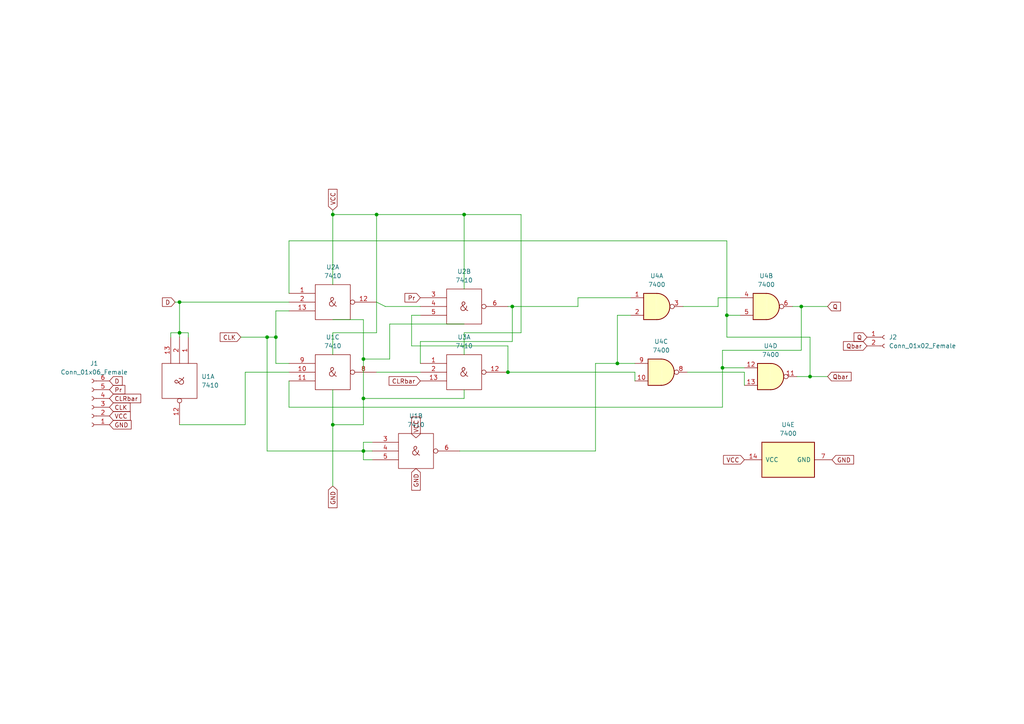
<source format=kicad_sch>
(kicad_sch (version 20211123) (generator eeschema)
  (paper "A4")
  (lib_symbols
    (symbol "74xx:7400" (pin_names (offset 1.016))
      (property "Reference" "U" (at 0 1.27 0))
      (property "Value" "7400" (at 0 -1.27 0))
      (symbol "7400_1_1"
        (arc (start 0 -3.81) (mid 3.81 0) (end 0 3.81) (stroke (width 0.254)) (fill (type background)))
        (polyline (pts (xy 0 3.81) (xy -3.81 3.81) (xy -3.81 -3.81) (xy 0 -3.81)) (stroke (width 0.254)) (fill (type background)))
        (pin input line (at -7.62 2.54 0) (length 3.81) (name "~") (number "1"))
        (pin input line (at -7.62 -2.54 0) (length 3.81) (name "~") (number "2"))
        (pin output inverted (at 7.62 0 180) (length 3.81) (name "~") (number "3"))
      )
      (symbol "7400_1_2"
        (arc (start -3.81 -3.81) (mid -2.589 0) (end -3.81 3.81) (stroke (width 0.254)))
        (arc (start -0.6096 -3.81) (mid 2.1842 -2.5851) (end 3.81 0) (stroke (width 0.254)) (fill (type background)))
        (polyline (pts (xy -3.81 -3.81) (xy -0.635 -3.81)) (stroke (width 0.254)) (fill (type background)))
        (polyline (pts (xy -3.81 3.81) (xy -0.635 3.81)) (stroke (width 0.254)) (fill (type background)))
        (polyline (pts (xy -0.635 3.81) (xy -3.81 3.81) (xy -3.81 3.81) (xy -3.556 3.4036) (xy -3.0226 2.2606) (xy -2.6924 1.0414) (xy -2.6162 -0.254) (xy -2.7686 -1.4986) (xy -3.175 -2.7178) (xy -3.81 -3.81) (xy -3.81 -3.81) (xy -0.635 -3.81)) (stroke (width -25.4)) (fill (type background)))
        (arc (start 3.81 0) (mid 2.1915 2.5936) (end -0.6096 3.81) (stroke (width 0.254)) (fill (type background)))
        (pin input inverted (at -7.62 2.54 0) (length 4.318) (name "~") (number "1"))
        (pin input inverted (at -7.62 -2.54 0) (length 4.318) (name "~") (number "2"))
        (pin output line (at 7.62 0 180) (length 3.81) (name "~") (number "3"))
      )
      (symbol "7400_2_1"
        (arc (start 0 -3.81) (mid 3.81 0) (end 0 3.81) (stroke (width 0.254)) (fill (type background)))
        (polyline (pts (xy 0 3.81) (xy -3.81 3.81) (xy -3.81 -3.81) (xy 0 -3.81)) (stroke (width 0.254)) (fill (type background)))
        (pin input line (at -7.62 2.54 0) (length 3.81) (name "~") (number "4"))
        (pin input line (at -7.62 -2.54 0) (length 3.81) (name "~") (number "5"))
        (pin output inverted (at 7.62 0 180) (length 3.81) (name "~") (number "6"))
      )
      (symbol "7400_2_2"
        (arc (start -3.81 -3.81) (mid -2.589 0) (end -3.81 3.81) (stroke (width 0.254)))
        (arc (start -0.6096 -3.81) (mid 2.1842 -2.5851) (end 3.81 0) (stroke (width 0.254)) (fill (type background)))
        (polyline (pts (xy -3.81 -3.81) (xy -0.635 -3.81)) (stroke (width 0.254)) (fill (type background)))
        (polyline (pts (xy -3.81 3.81) (xy -0.635 3.81)) (stroke (width 0.254)) (fill (type background)))
        (polyline (pts (xy -0.635 3.81) (xy -3.81 3.81) (xy -3.81 3.81) (xy -3.556 3.4036) (xy -3.0226 2.2606) (xy -2.6924 1.0414) (xy -2.6162 -0.254) (xy -2.7686 -1.4986) (xy -3.175 -2.7178) (xy -3.81 -3.81) (xy -3.81 -3.81) (xy -0.635 -3.81)) (stroke (width -25.4)) (fill (type background)))
        (arc (start 3.81 0) (mid 2.1915 2.5936) (end -0.6096 3.81) (stroke (width 0.254)) (fill (type background)))
        (pin input inverted (at -7.62 2.54 0) (length 4.318) (name "~") (number "4"))
        (pin input inverted (at -7.62 -2.54 0) (length 4.318) (name "~") (number "5"))
        (pin output line (at 7.62 0 180) (length 3.81) (name "~") (number "6"))
      )
      (symbol "7400_3_1"
        (arc (start 0 -3.81) (mid 3.81 0) (end 0 3.81) (stroke (width 0.254)) (fill (type background)))
        (polyline (pts (xy 0 3.81) (xy -3.81 3.81) (xy -3.81 -3.81) (xy 0 -3.81)) (stroke (width 0.254)) (fill (type background)))
        (pin input line (at -7.62 -2.54 0) (length 3.81) (name "~") (number "10"))
        (pin output inverted (at 7.62 0 180) (length 3.81) (name "~") (number "8"))
        (pin input line (at -7.62 2.54 0) (length 3.81) (name "~") (number "9"))
      )
      (symbol "7400_3_2"
        (arc (start -3.81 -3.81) (mid -2.589 0) (end -3.81 3.81) (stroke (width 0.254)))
        (arc (start -0.6096 -3.81) (mid 2.1842 -2.5851) (end 3.81 0) (stroke (width 0.254)) (fill (type background)))
        (polyline (pts (xy -3.81 -3.81) (xy -0.635 -3.81)) (stroke (width 0.254)) (fill (type background)))
        (polyline (pts (xy -3.81 3.81) (xy -0.635 3.81)) (stroke (width 0.254)) (fill (type background)))
        (polyline (pts (xy -0.635 3.81) (xy -3.81 3.81) (xy -3.81 3.81) (xy -3.556 3.4036) (xy -3.0226 2.2606) (xy -2.6924 1.0414) (xy -2.6162 -0.254) (xy -2.7686 -1.4986) (xy -3.175 -2.7178) (xy -3.81 -3.81) (xy -3.81 -3.81) (xy -0.635 -3.81)) (stroke (width -25.4)) (fill (type background)))
        (arc (start 3.81 0) (mid 2.1915 2.5936) (end -0.6096 3.81) (stroke (width 0.254)) (fill (type background)))
        (pin input inverted (at -7.62 -2.54 0) (length 4.318) (name "~") (number "10"))
        (pin output line (at 7.62 0 180) (length 3.81) (name "~") (number "8"))
        (pin input inverted (at -7.62 2.54 0) (length 4.318) (name "~") (number "9"))
      )
      (symbol "7400_4_1"
        (arc (start 0 -3.81) (mid 3.81 0) (end 0 3.81) (stroke (width 0.254)) (fill (type background)))
        (polyline (pts (xy 0 3.81) (xy -3.81 3.81) (xy -3.81 -3.81) (xy 0 -3.81)) (stroke (width 0.254)) (fill (type background)))
        (pin output inverted (at 7.62 0 180) (length 3.81) (name "~") (number "11"))
        (pin input line (at -7.62 2.54 0) (length 3.81) (name "~") (number "12"))
        (pin input line (at -7.62 -2.54 0) (length 3.81) (name "~") (number "13"))
      )
      (symbol "7400_4_2"
        (arc (start -3.81 -3.81) (mid -2.589 0) (end -3.81 3.81) (stroke (width 0.254)))
        (arc (start -0.6096 -3.81) (mid 2.1842 -2.5851) (end 3.81 0) (stroke (width 0.254)) (fill (type background)))
        (polyline (pts (xy -3.81 -3.81) (xy -0.635 -3.81)) (stroke (width 0.254)) (fill (type background)))
        (polyline (pts (xy -3.81 3.81) (xy -0.635 3.81)) (stroke (width 0.254)) (fill (type background)))
        (polyline (pts (xy -0.635 3.81) (xy -3.81 3.81) (xy -3.81 3.81) (xy -3.556 3.4036) (xy -3.0226 2.2606) (xy -2.6924 1.0414) (xy -2.6162 -0.254) (xy -2.7686 -1.4986) (xy -3.175 -2.7178) (xy -3.81 -3.81) (xy -3.81 -3.81) (xy -0.635 -3.81)) (stroke (width -25.4)) (fill (type background)))
        (arc (start 3.81 0) (mid 2.1915 2.5936) (end -0.6096 3.81) (stroke (width 0.254)) (fill (type background)))
        (pin output line (at 7.62 0 180) (length 3.81) (name "~") (number "11"))
        (pin input inverted (at -7.62 2.54 0) (length 4.318) (name "~") (number "12"))
        (pin input inverted (at -7.62 -2.54 0) (length 4.318) (name "~") (number "13"))
      )
      (symbol "7400_5_0"
        (pin power_in line (at 0 12.7 270) (length 5.08) (name "VCC") (number "14"))
        (pin power_in line (at 0 -12.7 90) (length 5.08) (name "GND") (number "7"))
      )
      (symbol "7400_5_1"
        (rectangle (start -5.08 7.62) (end 5.08 -7.62) (stroke (width 0.254)) (fill (type background)))
      )
    )
    (symbol "74xx_IEEE:7410" (pin_names (offset 0.762))
      (property "Reference" "U" (at 2.54 7.62 0))
      (property "Value" "7410" (at 3.81 -7.62 0))
      (symbol "7410_0_0"
        (text "&" (at 0 0 0) (effects (font (size 2.54 2.54))))
      )
      (symbol "7410_0_1"
        (rectangle (start -5.08 5.08) (end 5.08 -5.08))
        (pin power_in line (at 0 5.08 270) (length 0) hide (name "Vcc") (number "14"))
        (pin power_in line (at 0 -5.08 90) (length 0) hide (name "Gnd") (number "7"))
      )
      (symbol "7410_1_1"
        (pin input line (at -12.7 2.54 0) (length 7.62) (name "~") (number "1"))
        (pin output inverted (at 12.7 0 180) (length 7.62) (name "~") (number "12"))
        (pin input line (at -12.7 -2.54 0) (length 7.62) (name "~") (number "13"))
        (pin input line (at -12.7 0 0) (length 7.62) (name "~") (number "2"))
      )
      (symbol "7410_2_1"
        (pin input line (at -12.7 2.54 0) (length 7.62) (name "~") (number "3"))
        (pin input line (at -12.7 0 0) (length 7.62) (name "~") (number "4"))
        (pin input line (at -12.7 -2.54 0) (length 7.62) (name "~") (number "5"))
        (pin output inverted (at 12.7 0 180) (length 7.62) (name "~") (number "6"))
      )
      (symbol "7410_3_1"
        (pin input line (at -12.7 0 0) (length 7.62) (name "~") (number "10"))
        (pin input line (at -12.7 -2.54 0) (length 7.62) (name "~") (number "11"))
        (pin output inverted (at 12.7 0 180) (length 7.62) (name "~") (number "8"))
        (pin input line (at -12.7 2.54 0) (length 7.62) (name "~") (number "9"))
      )
    )
    (symbol "Connector:Conn_01x02_Female" (pin_names (offset 1.016) hide)
      (property "Reference" "J" (at 0 2.54 0))
      (property "Value" "Conn_01x02_Female" (at 0 -5.08 0))
      (symbol "Conn_01x02_Female_1_1"
        (arc (start 0 -2.032) (mid -0.508 -2.54) (end 0 -3.048) (stroke (width 0.1524)))
        (polyline (pts (xy -1.27 -2.54) (xy -0.508 -2.54)) (stroke (width 0.1524)))
        (polyline (pts (xy -1.27 0) (xy -0.508 0)) (stroke (width 0.1524)))
        (arc (start 0 0.508) (mid -0.508 0) (end 0 -0.508) (stroke (width 0.1524)))
        (pin passive line (at -5.08 0 0) (length 3.81) (name "Pin_1") (number "1"))
        (pin passive line (at -5.08 -2.54 0) (length 3.81) (name "Pin_2") (number "2"))
      )
    )
    (symbol "Connector:Conn_01x06_Female" (pin_names (offset 1.016) hide)
      (property "Reference" "J" (at 0 7.62 0))
      (property "Value" "Conn_01x06_Female" (at 0 -10.16 0))
      (symbol "Conn_01x06_Female_1_1"
        (arc (start 0 -7.112) (mid -0.508 -7.62) (end 0 -8.128) (stroke (width 0.1524)))
        (arc (start 0 -4.572) (mid -0.508 -5.08) (end 0 -5.588) (stroke (width 0.1524)))
        (arc (start 0 -2.032) (mid -0.508 -2.54) (end 0 -3.048) (stroke (width 0.1524)))
        (polyline (pts (xy -1.27 -7.62) (xy -0.508 -7.62)) (stroke (width 0.1524)))
        (polyline (pts (xy -1.27 -5.08) (xy -0.508 -5.08)) (stroke (width 0.1524)))
        (polyline (pts (xy -1.27 -2.54) (xy -0.508 -2.54)) (stroke (width 0.1524)))
        (polyline (pts (xy -1.27 0) (xy -0.508 0)) (stroke (width 0.1524)))
        (polyline (pts (xy -1.27 2.54) (xy -0.508 2.54)) (stroke (width 0.1524)))
        (polyline (pts (xy -1.27 5.08) (xy -0.508 5.08)) (stroke (width 0.1524)))
        (arc (start 0 0.508) (mid -0.508 0) (end 0 -0.508) (stroke (width 0.1524)))
        (arc (start 0 3.048) (mid -0.508 2.54) (end 0 2.032) (stroke (width 0.1524)))
        (arc (start 0 5.588) (mid -0.508 5.08) (end 0 4.572) (stroke (width 0.1524)))
        (pin passive line (at -5.08 5.08 0) (length 3.81) (name "Pin_1") (number "1"))
        (pin passive line (at -5.08 2.54 0) (length 3.81) (name "Pin_2") (number "2"))
        (pin passive line (at -5.08 0 0) (length 3.81) (name "Pin_3") (number "3"))
        (pin passive line (at -5.08 -2.54 0) (length 3.81) (name "Pin_4") (number "4"))
        (pin passive line (at -5.08 -5.08 0) (length 3.81) (name "Pin_5") (number "5"))
        (pin passive line (at -5.08 -7.62 0) (length 3.81) (name "Pin_6") (number "6"))
      )
    )
  )
  (junction (at 179.07 105.41))
  (junction (at 77.47 97.79))
  (junction (at 109.22 62.23))
  (junction (at 96.52 123.19))
  (junction (at 148.59 88.9))
  (junction (at 147.32 107.95))
  (junction (at 52.07 96.52))
  (junction (at 234.95 109.22))
  (junction (at 105.41 130.81))
  (junction (at 80.01 97.79))
  (junction (at 105.41 115.57))
  (junction (at 232.41 88.9))
  (junction (at 96.52 62.23))
  (junction (at 52.07 87.63))
  (junction (at 209.55 106.68))
  (junction (at 134.62 62.23))
  (junction (at 210.82 91.44))
  (junction (at 105.41 104.14))
  (wire (pts (xy 96.52 60.96) (xy 96.52 62.23)))
  (wire (pts (xy 232.41 88.9) (xy 240.03 88.9)))
  (wire (pts (xy 77.47 130.81) (xy 77.47 97.79)))
  (wire (pts (xy 52.07 87.63) (xy 52.07 96.52)))
  (wire (pts (xy 80.01 90.17) (xy 80.01 97.79)))
  (wire (pts (xy 209.55 101.6) (xy 209.55 106.68)))
  (wire (pts (xy 234.95 97.79) (xy 234.95 109.22)))
  (wire (pts (xy 69.85 97.79) (xy 77.47 97.79)))
  (wire (pts (xy 210.82 97.79) (xy 234.95 97.79)))
  (wire (pts (xy 209.55 106.68) (xy 215.9 106.68)))
  (wire (pts (xy 209.55 106.68) (xy 209.55 118.11)))
  (wire (pts (xy 134.62 93.98) (xy 113.03 93.98)))
  (wire (pts (xy 172.72 105.41) (xy 179.07 105.41)))
  (wire (pts (xy 105.41 115.57) (xy 105.41 123.19)))
  (wire (pts (xy 147.32 107.95) (xy 184.15 107.95)))
  (wire (pts (xy 134.62 83.82) (xy 134.62 62.23)))
  (wire (pts (xy 121.92 99.06) (xy 148.59 99.06)))
  (wire (pts (xy 229.87 88.9) (xy 232.41 88.9)))
  (wire (pts (xy 83.82 85.09) (xy 83.82 69.85)))
  (wire (pts (xy 109.22 62.23) (xy 109.22 96.52)))
  (wire (pts (xy 96.52 62.23) (xy 96.52 82.55)))
  (wire (pts (xy 71.12 123.19) (xy 52.07 123.19)))
  (wire (pts (xy 83.82 90.17) (xy 80.01 90.17)))
  (wire (pts (xy 208.28 88.9) (xy 208.28 86.36)))
  (wire (pts (xy 83.82 107.95) (xy 71.12 107.95)))
  (wire (pts (xy 147.32 100.33) (xy 119.38 100.33)))
  (wire (pts (xy 167.64 88.9) (xy 167.64 86.36)))
  (wire (pts (xy 215.9 107.95) (xy 215.9 111.76)))
  (wire (pts (xy 50.8 87.63) (xy 52.07 87.63)))
  (wire (pts (xy 105.41 128.27) (xy 107.95 128.27)))
  (wire (pts (xy 109.22 62.23) (xy 96.52 62.23)))
  (wire (pts (xy 134.62 96.52) (xy 151.13 96.52)))
  (wire (pts (xy 71.12 107.95) (xy 71.12 123.19)))
  (wire (pts (xy 83.82 118.11) (xy 83.82 110.49)))
  (wire (pts (xy 151.13 96.52) (xy 151.13 62.23)))
  (wire (pts (xy 107.95 130.81) (xy 105.41 130.81)))
  (wire (pts (xy 172.72 130.81) (xy 172.72 105.41)))
  (wire (pts (xy 231.14 109.22) (xy 234.95 109.22)))
  (wire (pts (xy 105.41 130.81) (xy 105.41 133.35)))
  (wire (pts (xy 134.62 62.23) (xy 109.22 62.23)))
  (wire (pts (xy 52.07 87.63) (xy 83.82 87.63)))
  (wire (pts (xy 111.76 88.9) (xy 109.22 87.63)))
  (wire (pts (xy 232.41 88.9) (xy 232.41 101.6)))
  (wire (pts (xy 184.15 107.95) (xy 184.15 110.49)))
  (wire (pts (xy 113.03 93.98) (xy 113.03 104.14)))
  (wire (pts (xy 54.61 96.52) (xy 52.07 96.52)))
  (wire (pts (xy 105.41 128.27) (xy 105.41 130.81)))
  (wire (pts (xy 134.62 115.57) (xy 105.41 115.57)))
  (wire (pts (xy 96.52 113.03) (xy 96.52 123.19)))
  (wire (pts (xy 208.28 86.36) (xy 214.63 86.36)))
  (wire (pts (xy 96.52 102.87) (xy 96.52 96.52)))
  (wire (pts (xy 147.32 88.9) (xy 148.59 88.9)))
  (wire (pts (xy 54.61 97.79) (xy 54.61 96.52)))
  (wire (pts (xy 105.41 130.81) (xy 77.47 130.81)))
  (wire (pts (xy 210.82 69.85) (xy 210.82 91.44)))
  (wire (pts (xy 83.82 69.85) (xy 210.82 69.85)))
  (wire (pts (xy 107.95 133.35) (xy 105.41 133.35)))
  (wire (pts (xy 199.39 107.95) (xy 215.9 107.95)))
  (wire (pts (xy 147.32 107.95) (xy 147.32 100.33)))
  (wire (pts (xy 182.88 91.44) (xy 179.07 91.44)))
  (wire (pts (xy 179.07 91.44) (xy 179.07 105.41)))
  (wire (pts (xy 49.53 97.79) (xy 49.53 96.52)))
  (wire (pts (xy 109.22 107.95) (xy 121.92 107.95)))
  (wire (pts (xy 96.52 92.71) (xy 105.41 92.71)))
  (wire (pts (xy 121.92 99.06) (xy 121.92 105.41)))
  (wire (pts (xy 151.13 62.23) (xy 134.62 62.23)))
  (wire (pts (xy 113.03 104.14) (xy 105.41 104.14)))
  (wire (pts (xy 96.52 123.19) (xy 105.41 123.19)))
  (wire (pts (xy 134.62 113.03) (xy 134.62 115.57)))
  (wire (pts (xy 80.01 97.79) (xy 80.01 105.41)))
  (wire (pts (xy 52.07 96.52) (xy 52.07 97.79)))
  (wire (pts (xy 209.55 118.11) (xy 83.82 118.11)))
  (wire (pts (xy 210.82 91.44) (xy 210.82 97.79)))
  (wire (pts (xy 105.41 104.14) (xy 105.41 115.57)))
  (wire (pts (xy 210.82 91.44) (xy 214.63 91.44)))
  (wire (pts (xy 167.64 86.36) (xy 182.88 86.36)))
  (wire (pts (xy 134.62 102.87) (xy 134.62 96.52)))
  (wire (pts (xy 119.38 91.44) (xy 121.92 91.44)))
  (wire (pts (xy 234.95 109.22) (xy 240.03 109.22)))
  (wire (pts (xy 105.41 92.71) (xy 105.41 104.14)))
  (wire (pts (xy 119.38 100.33) (xy 119.38 91.44)))
  (wire (pts (xy 96.52 96.52) (xy 109.22 96.52)))
  (wire (pts (xy 198.12 88.9) (xy 208.28 88.9)))
  (wire (pts (xy 80.01 105.41) (xy 83.82 105.41)))
  (wire (pts (xy 49.53 96.52) (xy 52.07 96.52)))
  (wire (pts (xy 133.35 130.81) (xy 172.72 130.81)))
  (wire (pts (xy 148.59 88.9) (xy 167.64 88.9)))
  (wire (pts (xy 77.47 97.79) (xy 80.01 97.79)))
  (wire (pts (xy 232.41 101.6) (xy 209.55 101.6)))
  (wire (pts (xy 96.52 123.19) (xy 96.52 140.97)))
  (wire (pts (xy 111.76 88.9) (xy 121.92 88.9)))
  (wire (pts (xy 148.59 99.06) (xy 148.59 88.9)))
  (wire (pts (xy 179.07 105.41) (xy 184.15 105.41)))
  (global_label "GND" (shape input) (at 241.3 133.35 0) (property "Intersheet References" "${INTERSHEET_REFS}" (effects hide)))
  (global_label "Pr" (shape input) (at 31.75 113.03 0) (property "Intersheet References" "${INTERSHEET_REFS}" (effects hide)))
  (global_label "GND" (shape input) (at 31.75 123.19 0) (property "Intersheet References" "${INTERSHEET_REFS}" (effects hide)))
  (global_label "D" (shape input) (at 50.8 87.63 180) (property "Intersheet References" "${INTERSHEET_REFS}" (effects hide)))
  (global_label "VCC" (shape input) (at 96.52 60.96 90) (property "Intersheet References" "${INTERSHEET_REFS}" (effects hide)))
  (global_label "CLK" (shape input) (at 31.75 118.11 0) (property "Intersheet References" "${INTERSHEET_REFS}" (effects hide)))
  (global_label "Qbar" (shape input) (at 251.46 100.33 180) (property "Intersheet References" "${INTERSHEET_REFS}" (effects hide)))
  (global_label "Pr" (shape input) (at 121.92 86.36 180) (property "Intersheet References" "${INTERSHEET_REFS}" (effects hide)))
  (global_label "Q" (shape input) (at 251.46 97.79 180) (property "Intersheet References" "${INTERSHEET_REFS}" (effects hide)))
  (global_label "VCC" (shape input) (at 215.9 133.35 180) (property "Intersheet References" "${INTERSHEET_REFS}" (effects hide)))
  (global_label "VCC" (shape input) (at 120.65 127 90) (property "Intersheet References" "${INTERSHEET_REFS}" (effects hide)))
  (global_label "Q" (shape input) (at 240.03 88.9 0) (property "Intersheet References" "${INTERSHEET_REFS}" (effects hide)))
  (global_label "GND" (shape input) (at 96.52 140.97 270) (property "Intersheet References" "${INTERSHEET_REFS}" (effects hide)))
  (global_label "D" (shape input) (at 31.75 110.49 0) (property "Intersheet References" "${INTERSHEET_REFS}" (effects hide)))
  (global_label "VCC" (shape input) (at 31.75 120.65 0) (property "Intersheet References" "${INTERSHEET_REFS}" (effects hide)))
  (global_label "CLRbar" (shape input) (at 31.75 115.57 0) (property "Intersheet References" "${INTERSHEET_REFS}" (effects hide)))
  (global_label "GND" (shape input) (at 120.65 135.89 270) (property "Intersheet References" "${INTERSHEET_REFS}" (effects hide)))
  (global_label "CLK" (shape input) (at 69.85 97.79 180) (property "Intersheet References" "${INTERSHEET_REFS}" (effects hide)))
  (global_label "CLRbar" (shape input) (at 121.92 110.49 180) (property "Intersheet References" "${INTERSHEET_REFS}" (effects hide)))
  (global_label "Qbar" (shape input) (at 240.03 109.22 0) (property "Intersheet References" "${INTERSHEET_REFS}" (effects hide)))
  (symbol (lib_id "74xx:7400") (at 223.52 109.22 0) (unit 4)
    (property "Reference" "U4" (at 223.52 100.33 0))
    (property "Value" "7400" (at 223.52 102.87 0))
    (property "Footprint" "Package_DIP:DIP-14_W7.62mm_Socket" (effects hide))
    (property "Datasheet" "http://www.ti.com/lit/gpn/sn7400" (effects hide))
  )
  (symbol (lib_id "74xx_IEEE:7410") (at 120.65 130.81 0) (unit 2)
    (property "Reference" "U1" (at 120.65 120.65 0))
    (property "Value" "7410" (at 120.65 123.19 0))
    (property "Footprint" "Package_DIP:DIP-14_W7.62mm_Socket" (effects hide))
  )
  (symbol (lib_id "74xx_IEEE:7410") (at 96.52 87.63 0) (unit 1)
    (property "Reference" "U2" (at 96.52 77.47 0))
    (property "Value" "7410" (at 96.52 80.01 0))
    (property "Footprint" "Package_DIP:DIP-14_W7.62mm_Socket" (effects hide))
  )
  (symbol (lib_id "74xx:7400") (at 191.77 107.95 0) (unit 3)
    (property "Reference" "U4" (at 191.77 99.06 0))
    (property "Value" "7400" (at 191.77 101.6 0))
    (property "Footprint" "Package_DIP:DIP-14_W7.62mm_Socket" (effects hide))
    (property "Datasheet" "http://www.ti.com/lit/gpn/sn7400" (effects hide))
  )
  (symbol (lib_id "74xx_IEEE:7410") (at 52.07 110.49 270) (unit 1)
    (property "Reference" "U1" (at 58.42 109.2199 90) (effects (justify left)))
    (property "Value" "7410" (at 58.42 111.7599 90) (effects (justify left)))
    (property "Footprint" "Package_DIP:DIP-14_W7.62mm_Socket" (effects hide))
  )
  (symbol (lib_id "74xx:7400") (at 228.6 133.35 90) (unit 5)
    (property "Reference" "U4" (at 228.6 123.19 90))
    (property "Value" "7400" (at 228.6 125.73 90))
    (property "Footprint" "Package_DIP:DIP-14_W7.62mm_Socket" (effects hide))
    (property "Datasheet" "http://www.ti.com/lit/gpn/sn7400" (effects hide))
  )
  (symbol (lib_id "Connector:Conn_01x06_Female") (at 26.67 118.11 180) (unit 1)
    (property "Reference" "J1" (at 27.305 105.41 0))
    (property "Value" "Conn_01x06_Female" (at 27.305 107.95 0))
    (property "Footprint" "Connector_JST:JST_EH_S6B-EH_1x06_P2.50mm_Horizontal" (effects hide))
  )
  (symbol (lib_id "74xx_IEEE:7410") (at 134.62 88.9 0) (unit 2)
    (property "Reference" "U2" (at 134.62 78.74 0))
    (property "Value" "7410" (at 134.62 81.28 0))
    (property "Footprint" "Package_DIP:DIP-14_W7.62mm_Socket" (effects hide))
  )
  (symbol (lib_id "74xx:7400") (at 222.25 88.9 0) (unit 2)
    (property "Reference" "U4" (at 222.25 80.01 0))
    (property "Value" "7400" (at 222.25 82.55 0))
    (property "Footprint" "Package_DIP:DIP-14_W7.62mm_Socket" (effects hide))
    (property "Datasheet" "http://www.ti.com/lit/gpn/sn7400" (effects hide))
  )
  (symbol (lib_id "74xx_IEEE:7410") (at 96.52 107.95 0) (unit 3)
    (property "Reference" "U1" (at 96.52 97.79 0))
    (property "Value" "7410" (at 96.52 100.33 0))
    (property "Footprint" "Package_DIP:DIP-14_W7.62mm_Socket" (effects hide))
  )
  (symbol (lib_id "74xx:7400") (at 190.5 88.9 0) (unit 1)
    (property "Reference" "U4" (at 190.5 80.01 0))
    (property "Value" "7400" (at 190.5 82.55 0))
    (property "Footprint" "Package_DIP:DIP-14_W7.62mm_Socket" (effects hide))
    (property "Datasheet" "http://www.ti.com/lit/gpn/sn7400" (effects hide))
  )
  (symbol (lib_id "Connector:Conn_01x02_Female") (at 256.54 97.79 0) (unit 1)
    (property "Reference" "J2" (at 257.81 97.7899 0) (effects (justify left)))
    (property "Value" "Conn_01x02_Female" (at 257.81 100.3299 0) (effects (justify left)))
    (property "Footprint" "Connector_JST:JST_EH_S2B-EH_1x02_P2.50mm_Horizontal" (effects hide))
  )
  (symbol (lib_id "74xx_IEEE:7410") (at 134.62 107.95 0) (unit 1)
    (property "Reference" "U3" (at 134.62 97.79 0))
    (property "Value" "7410" (at 134.62 100.33 0))
    (property "Footprint" "Package_DIP:DIP-14_W7.62mm_Socket" (effects hide))
  )
)
</source>
